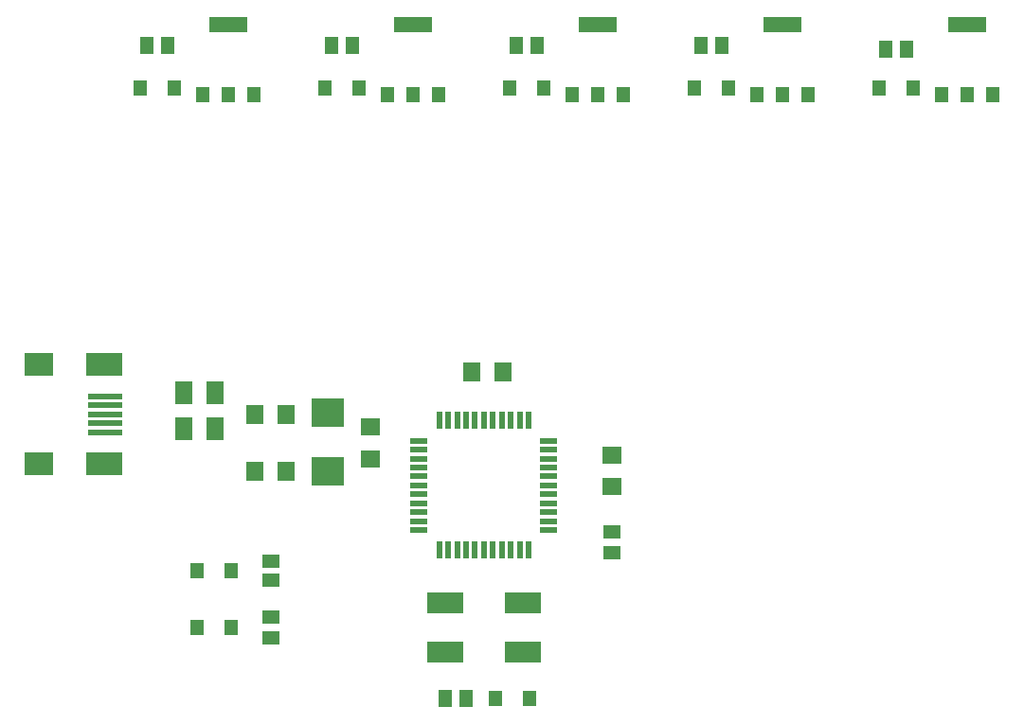
<source format=gtp>
G75*
%MOIN*%
%OFA0B0*%
%FSLAX24Y24*%
%IPPOS*%
%LPD*%
%AMOC8*
5,1,8,0,0,1.08239X$1,22.5*
%
%ADD10R,0.0472X0.0551*%
%ADD11R,0.0512X0.0591*%
%ADD12R,0.0591X0.0512*%
%ADD13R,0.0709X0.0630*%
%ADD14R,0.0197X0.0591*%
%ADD15R,0.0591X0.0197*%
%ADD16R,0.1250X0.0750*%
%ADD17R,0.0630X0.0709*%
%ADD18R,0.0710X0.0630*%
%ADD19R,0.0630X0.0512*%
%ADD20R,0.1181X0.0984*%
%ADD21R,0.0984X0.0787*%
%ADD22R,0.1299X0.0787*%
%ADD23R,0.1220X0.0197*%
%ADD24R,0.0630X0.0787*%
%ADD25R,0.1378X0.0551*%
D10*
X010009Y005200D03*
X011191Y005200D03*
X011191Y007200D03*
X010009Y007200D03*
X020509Y002700D03*
X021691Y002700D03*
X023190Y023980D03*
X024100Y023980D03*
X025010Y023980D03*
X022191Y024200D03*
X021009Y024200D03*
X018510Y023980D03*
X017600Y023980D03*
X016690Y023980D03*
X015691Y024200D03*
X014509Y024200D03*
X012010Y023980D03*
X011100Y023980D03*
X010190Y023980D03*
X009191Y024200D03*
X008009Y024200D03*
X027509Y024200D03*
X028691Y024200D03*
X029690Y023980D03*
X030600Y023980D03*
X031510Y023980D03*
X034009Y024200D03*
X035191Y024200D03*
X036190Y023980D03*
X037100Y023980D03*
X038010Y023980D03*
D11*
X034974Y025575D03*
X034226Y025575D03*
X028474Y025700D03*
X027726Y025700D03*
X021974Y025700D03*
X021226Y025700D03*
X015474Y025700D03*
X014726Y025700D03*
X008974Y025700D03*
X008226Y025700D03*
X018726Y002700D03*
X019474Y002700D03*
D12*
X012600Y004826D03*
X012600Y005574D03*
X012600Y006865D03*
X012600Y007535D03*
D13*
X024600Y010149D03*
X024600Y011251D03*
D14*
X021675Y012483D03*
X021360Y012483D03*
X021045Y012483D03*
X020730Y012483D03*
X020415Y012483D03*
X020100Y012483D03*
X019785Y012483D03*
X019470Y012483D03*
X019155Y012483D03*
X018840Y012483D03*
X018525Y012483D03*
X018525Y007917D03*
X018840Y007917D03*
X019155Y007917D03*
X019470Y007917D03*
X019785Y007917D03*
X020100Y007917D03*
X020415Y007917D03*
X020730Y007917D03*
X021045Y007917D03*
X021360Y007917D03*
X021675Y007917D03*
D15*
X022383Y008625D03*
X022383Y008940D03*
X022383Y009255D03*
X022383Y009570D03*
X022383Y009885D03*
X022383Y010200D03*
X022383Y010515D03*
X022383Y010830D03*
X022383Y011145D03*
X022383Y011460D03*
X022383Y011775D03*
X017817Y011775D03*
X017817Y011460D03*
X017817Y011145D03*
X017817Y010830D03*
X017817Y010515D03*
X017817Y010200D03*
X017817Y009885D03*
X017817Y009570D03*
X017817Y009255D03*
X017817Y008940D03*
X017817Y008625D03*
D16*
X018725Y006075D03*
X018725Y004325D03*
X021475Y004325D03*
X021475Y006075D03*
D17*
X013151Y010700D03*
X012049Y010700D03*
X012049Y012700D03*
X013151Y012700D03*
X019674Y014200D03*
X020776Y014200D03*
D18*
X016100Y012260D03*
X016100Y011140D03*
D19*
X024600Y008574D03*
X024600Y007826D03*
D20*
X014600Y010690D03*
X014600Y012749D03*
D21*
X004419Y014452D03*
X004419Y010948D03*
D22*
X006742Y010948D03*
X006742Y014452D03*
D23*
X006781Y013330D03*
X006781Y013015D03*
X006781Y012700D03*
X006781Y012385D03*
X006781Y012070D03*
D24*
X009549Y012200D03*
X010651Y012200D03*
X010651Y013450D03*
X009549Y013450D03*
D25*
X011100Y026420D03*
X017600Y026420D03*
X024100Y026420D03*
X030600Y026420D03*
X037100Y026420D03*
M02*

</source>
